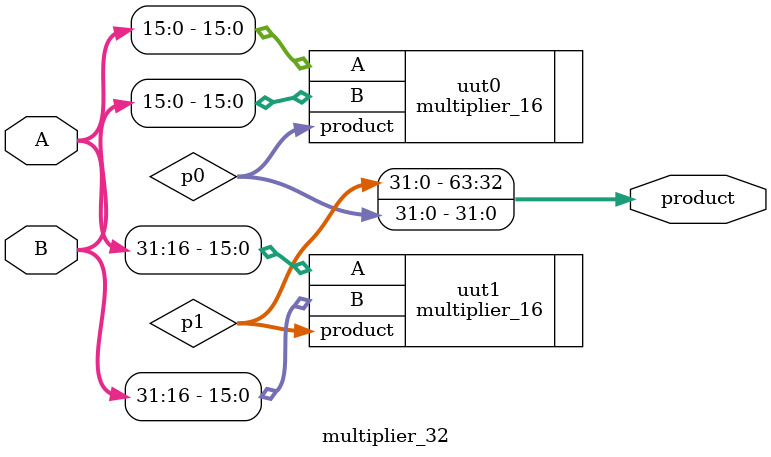
<source format=v>
module multiplier_32 (
    output [63:0] product,
    input [31:0] A,
    input [31:0] B
);

  wire [31:0] p0, p1, p2, p3;

  multiplier_16 uut0 (.product(p0), .A(A[15:0]), .B(B[15:0]));
  multiplier_16 uut1 (.product(p1), .A(A[31:16]), .B(B[31:16]));
  multiplier_16 uut2 (.product(p2), .A(A[47:32]), .B(B[47:32]));
  multiplier_16 uut3 (.product(p3), .A(A[63:48]), .B(B[63:48]));

  assign product = {p3, p2, p1, p0}; // Concatenate the 32-bit products

endmodule
</source>
